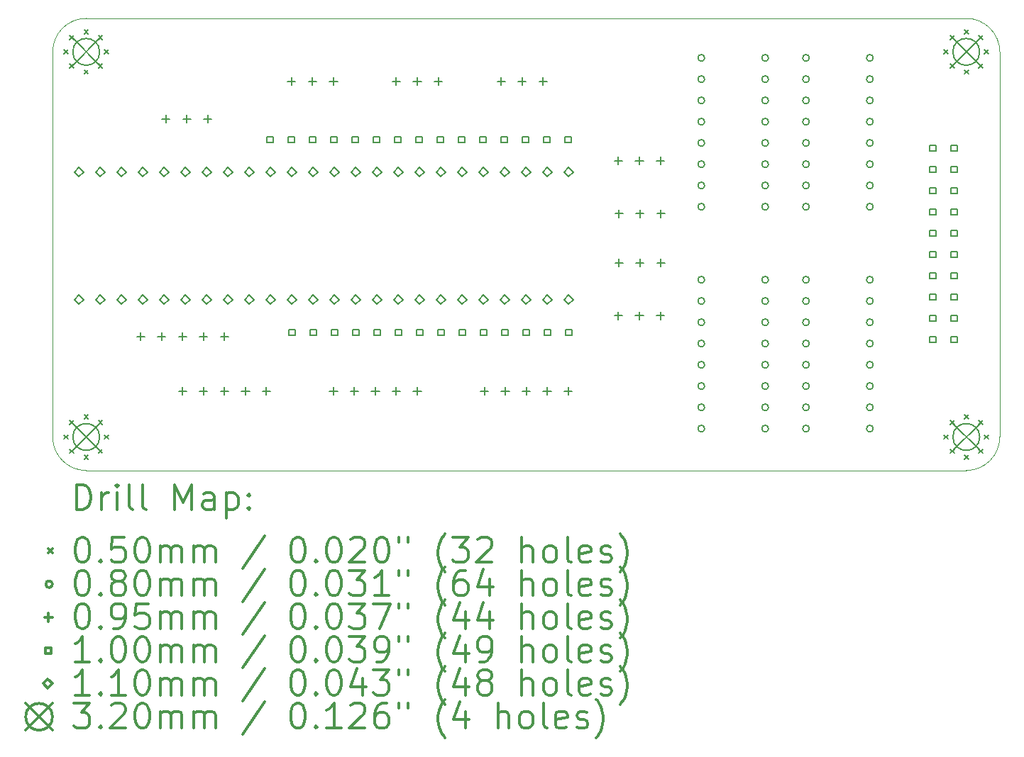
<source format=gbr>
%FSLAX45Y45*%
G04 Gerber Fmt 4.5, Leading zero omitted, Abs format (unit mm)*
G04 Created by KiCad (PCBNEW (5.1.7-0-10_14)) date 2020-11-02 10:01:42*
%MOMM*%
%LPD*%
G01*
G04 APERTURE LIST*
%TA.AperFunction,Profile*%
%ADD10C,0.050000*%
%TD*%
%ADD11C,0.200000*%
%ADD12C,0.300000*%
G04 APERTURE END LIST*
D10*
X7850000Y-3700000D02*
G75*
G02*
X8250000Y-3300000I400000J0D01*
G01*
X8250000Y-8700000D02*
G75*
G02*
X7850000Y-8300000I0J400000D01*
G01*
X19150000Y-8300000D02*
G75*
G02*
X18750000Y-8700000I-400000J0D01*
G01*
X18750000Y-3300000D02*
G75*
G02*
X19150000Y-3700000I0J-400000D01*
G01*
X7850000Y-3700000D02*
X7850000Y-8300000D01*
X18750000Y-8700000D02*
X8250000Y-8700000D01*
X19150000Y-3700000D02*
X19150000Y-8300000D01*
X8250000Y-3300000D02*
X18750000Y-3300000D01*
D11*
X7985000Y-3675000D02*
X8035000Y-3725000D01*
X8035000Y-3675000D02*
X7985000Y-3725000D01*
X8055294Y-3505294D02*
X8105294Y-3555294D01*
X8105294Y-3505294D02*
X8055294Y-3555294D01*
X8055294Y-3844706D02*
X8105294Y-3894706D01*
X8105294Y-3844706D02*
X8055294Y-3894706D01*
X8225000Y-3435000D02*
X8275000Y-3485000D01*
X8275000Y-3435000D02*
X8225000Y-3485000D01*
X8225000Y-3915000D02*
X8275000Y-3965000D01*
X8275000Y-3915000D02*
X8225000Y-3965000D01*
X8394706Y-3505294D02*
X8444706Y-3555294D01*
X8444706Y-3505294D02*
X8394706Y-3555294D01*
X8394706Y-3844706D02*
X8444706Y-3894706D01*
X8444706Y-3844706D02*
X8394706Y-3894706D01*
X8465000Y-3675000D02*
X8515000Y-3725000D01*
X8515000Y-3675000D02*
X8465000Y-3725000D01*
X18485000Y-8275000D02*
X18535000Y-8325000D01*
X18535000Y-8275000D02*
X18485000Y-8325000D01*
X18555294Y-8105294D02*
X18605294Y-8155294D01*
X18605294Y-8105294D02*
X18555294Y-8155294D01*
X18555294Y-8444706D02*
X18605294Y-8494706D01*
X18605294Y-8444706D02*
X18555294Y-8494706D01*
X18725000Y-8035000D02*
X18775000Y-8085000D01*
X18775000Y-8035000D02*
X18725000Y-8085000D01*
X18725000Y-8515000D02*
X18775000Y-8565000D01*
X18775000Y-8515000D02*
X18725000Y-8565000D01*
X18894706Y-8105294D02*
X18944706Y-8155294D01*
X18944706Y-8105294D02*
X18894706Y-8155294D01*
X18894706Y-8444706D02*
X18944706Y-8494706D01*
X18944706Y-8444706D02*
X18894706Y-8494706D01*
X18965000Y-8275000D02*
X19015000Y-8325000D01*
X19015000Y-8275000D02*
X18965000Y-8325000D01*
X7985000Y-8275000D02*
X8035000Y-8325000D01*
X8035000Y-8275000D02*
X7985000Y-8325000D01*
X8055294Y-8105294D02*
X8105294Y-8155294D01*
X8105294Y-8105294D02*
X8055294Y-8155294D01*
X8055294Y-8444706D02*
X8105294Y-8494706D01*
X8105294Y-8444706D02*
X8055294Y-8494706D01*
X8225000Y-8035000D02*
X8275000Y-8085000D01*
X8275000Y-8035000D02*
X8225000Y-8085000D01*
X8225000Y-8515000D02*
X8275000Y-8565000D01*
X8275000Y-8515000D02*
X8225000Y-8565000D01*
X8394706Y-8105294D02*
X8444706Y-8155294D01*
X8444706Y-8105294D02*
X8394706Y-8155294D01*
X8394706Y-8444706D02*
X8444706Y-8494706D01*
X8444706Y-8444706D02*
X8394706Y-8494706D01*
X8465000Y-8275000D02*
X8515000Y-8325000D01*
X8515000Y-8275000D02*
X8465000Y-8325000D01*
X18485000Y-3675000D02*
X18535000Y-3725000D01*
X18535000Y-3675000D02*
X18485000Y-3725000D01*
X18555294Y-3505294D02*
X18605294Y-3555294D01*
X18605294Y-3505294D02*
X18555294Y-3555294D01*
X18555294Y-3844706D02*
X18605294Y-3894706D01*
X18605294Y-3844706D02*
X18555294Y-3894706D01*
X18725000Y-3435000D02*
X18775000Y-3485000D01*
X18775000Y-3435000D02*
X18725000Y-3485000D01*
X18725000Y-3915000D02*
X18775000Y-3965000D01*
X18775000Y-3915000D02*
X18725000Y-3965000D01*
X18894706Y-3505294D02*
X18944706Y-3555294D01*
X18944706Y-3505294D02*
X18894706Y-3555294D01*
X18894706Y-3844706D02*
X18944706Y-3894706D01*
X18944706Y-3844706D02*
X18894706Y-3894706D01*
X18965000Y-3675000D02*
X19015000Y-3725000D01*
X19015000Y-3675000D02*
X18965000Y-3725000D01*
X16878000Y-6422000D02*
G75*
G03*
X16878000Y-6422000I-40000J0D01*
G01*
X16878000Y-6676000D02*
G75*
G03*
X16878000Y-6676000I-40000J0D01*
G01*
X16878000Y-6930000D02*
G75*
G03*
X16878000Y-6930000I-40000J0D01*
G01*
X16878000Y-7184000D02*
G75*
G03*
X16878000Y-7184000I-40000J0D01*
G01*
X16878000Y-7438000D02*
G75*
G03*
X16878000Y-7438000I-40000J0D01*
G01*
X16878000Y-7692000D02*
G75*
G03*
X16878000Y-7692000I-40000J0D01*
G01*
X16878000Y-7946000D02*
G75*
G03*
X16878000Y-7946000I-40000J0D01*
G01*
X16878000Y-8200000D02*
G75*
G03*
X16878000Y-8200000I-40000J0D01*
G01*
X17640000Y-6422000D02*
G75*
G03*
X17640000Y-6422000I-40000J0D01*
G01*
X17640000Y-6676000D02*
G75*
G03*
X17640000Y-6676000I-40000J0D01*
G01*
X17640000Y-6930000D02*
G75*
G03*
X17640000Y-6930000I-40000J0D01*
G01*
X17640000Y-7184000D02*
G75*
G03*
X17640000Y-7184000I-40000J0D01*
G01*
X17640000Y-7438000D02*
G75*
G03*
X17640000Y-7438000I-40000J0D01*
G01*
X17640000Y-7692000D02*
G75*
G03*
X17640000Y-7692000I-40000J0D01*
G01*
X17640000Y-7946000D02*
G75*
G03*
X17640000Y-7946000I-40000J0D01*
G01*
X17640000Y-8200000D02*
G75*
G03*
X17640000Y-8200000I-40000J0D01*
G01*
X15628000Y-6422000D02*
G75*
G03*
X15628000Y-6422000I-40000J0D01*
G01*
X15628000Y-6676000D02*
G75*
G03*
X15628000Y-6676000I-40000J0D01*
G01*
X15628000Y-6930000D02*
G75*
G03*
X15628000Y-6930000I-40000J0D01*
G01*
X15628000Y-7184000D02*
G75*
G03*
X15628000Y-7184000I-40000J0D01*
G01*
X15628000Y-7438000D02*
G75*
G03*
X15628000Y-7438000I-40000J0D01*
G01*
X15628000Y-7692000D02*
G75*
G03*
X15628000Y-7692000I-40000J0D01*
G01*
X15628000Y-7946000D02*
G75*
G03*
X15628000Y-7946000I-40000J0D01*
G01*
X15628000Y-8200000D02*
G75*
G03*
X15628000Y-8200000I-40000J0D01*
G01*
X16390000Y-6422000D02*
G75*
G03*
X16390000Y-6422000I-40000J0D01*
G01*
X16390000Y-6676000D02*
G75*
G03*
X16390000Y-6676000I-40000J0D01*
G01*
X16390000Y-6930000D02*
G75*
G03*
X16390000Y-6930000I-40000J0D01*
G01*
X16390000Y-7184000D02*
G75*
G03*
X16390000Y-7184000I-40000J0D01*
G01*
X16390000Y-7438000D02*
G75*
G03*
X16390000Y-7438000I-40000J0D01*
G01*
X16390000Y-7692000D02*
G75*
G03*
X16390000Y-7692000I-40000J0D01*
G01*
X16390000Y-7946000D02*
G75*
G03*
X16390000Y-7946000I-40000J0D01*
G01*
X16390000Y-8200000D02*
G75*
G03*
X16390000Y-8200000I-40000J0D01*
G01*
X16878000Y-3772000D02*
G75*
G03*
X16878000Y-3772000I-40000J0D01*
G01*
X16878000Y-4026000D02*
G75*
G03*
X16878000Y-4026000I-40000J0D01*
G01*
X16878000Y-4280000D02*
G75*
G03*
X16878000Y-4280000I-40000J0D01*
G01*
X16878000Y-4534000D02*
G75*
G03*
X16878000Y-4534000I-40000J0D01*
G01*
X16878000Y-4788000D02*
G75*
G03*
X16878000Y-4788000I-40000J0D01*
G01*
X16878000Y-5042000D02*
G75*
G03*
X16878000Y-5042000I-40000J0D01*
G01*
X16878000Y-5296000D02*
G75*
G03*
X16878000Y-5296000I-40000J0D01*
G01*
X16878000Y-5550000D02*
G75*
G03*
X16878000Y-5550000I-40000J0D01*
G01*
X17640000Y-3772000D02*
G75*
G03*
X17640000Y-3772000I-40000J0D01*
G01*
X17640000Y-4026000D02*
G75*
G03*
X17640000Y-4026000I-40000J0D01*
G01*
X17640000Y-4280000D02*
G75*
G03*
X17640000Y-4280000I-40000J0D01*
G01*
X17640000Y-4534000D02*
G75*
G03*
X17640000Y-4534000I-40000J0D01*
G01*
X17640000Y-4788000D02*
G75*
G03*
X17640000Y-4788000I-40000J0D01*
G01*
X17640000Y-5042000D02*
G75*
G03*
X17640000Y-5042000I-40000J0D01*
G01*
X17640000Y-5296000D02*
G75*
G03*
X17640000Y-5296000I-40000J0D01*
G01*
X17640000Y-5550000D02*
G75*
G03*
X17640000Y-5550000I-40000J0D01*
G01*
X15628000Y-3772000D02*
G75*
G03*
X15628000Y-3772000I-40000J0D01*
G01*
X15628000Y-4026000D02*
G75*
G03*
X15628000Y-4026000I-40000J0D01*
G01*
X15628000Y-4280000D02*
G75*
G03*
X15628000Y-4280000I-40000J0D01*
G01*
X15628000Y-4534000D02*
G75*
G03*
X15628000Y-4534000I-40000J0D01*
G01*
X15628000Y-4788000D02*
G75*
G03*
X15628000Y-4788000I-40000J0D01*
G01*
X15628000Y-5042000D02*
G75*
G03*
X15628000Y-5042000I-40000J0D01*
G01*
X15628000Y-5296000D02*
G75*
G03*
X15628000Y-5296000I-40000J0D01*
G01*
X15628000Y-5550000D02*
G75*
G03*
X15628000Y-5550000I-40000J0D01*
G01*
X16390000Y-3772000D02*
G75*
G03*
X16390000Y-3772000I-40000J0D01*
G01*
X16390000Y-4026000D02*
G75*
G03*
X16390000Y-4026000I-40000J0D01*
G01*
X16390000Y-4280000D02*
G75*
G03*
X16390000Y-4280000I-40000J0D01*
G01*
X16390000Y-4534000D02*
G75*
G03*
X16390000Y-4534000I-40000J0D01*
G01*
X16390000Y-4788000D02*
G75*
G03*
X16390000Y-4788000I-40000J0D01*
G01*
X16390000Y-5042000D02*
G75*
G03*
X16390000Y-5042000I-40000J0D01*
G01*
X16390000Y-5296000D02*
G75*
G03*
X16390000Y-5296000I-40000J0D01*
G01*
X16390000Y-5550000D02*
G75*
G03*
X16390000Y-5550000I-40000J0D01*
G01*
X10700000Y-4002500D02*
X10700000Y-4097500D01*
X10652500Y-4050000D02*
X10747500Y-4050000D01*
X10950000Y-4002500D02*
X10950000Y-4097500D01*
X10902500Y-4050000D02*
X10997500Y-4050000D01*
X11200000Y-4002500D02*
X11200000Y-4097500D01*
X11152500Y-4050000D02*
X11247500Y-4050000D01*
X11950000Y-4002500D02*
X11950000Y-4097500D01*
X11902500Y-4050000D02*
X11997500Y-4050000D01*
X12200000Y-4002500D02*
X12200000Y-4097500D01*
X12152500Y-4050000D02*
X12247500Y-4050000D01*
X12450000Y-4002500D02*
X12450000Y-4097500D01*
X12402500Y-4050000D02*
X12497500Y-4050000D01*
X14605500Y-5585000D02*
X14605500Y-5680000D01*
X14558000Y-5632500D02*
X14653000Y-5632500D01*
X14855500Y-5585000D02*
X14855500Y-5680000D01*
X14808000Y-5632500D02*
X14903000Y-5632500D01*
X15105500Y-5585000D02*
X15105500Y-5680000D01*
X15058000Y-5632500D02*
X15153000Y-5632500D01*
X9400000Y-7702500D02*
X9400000Y-7797500D01*
X9352500Y-7750000D02*
X9447500Y-7750000D01*
X9650000Y-7702500D02*
X9650000Y-7797500D01*
X9602500Y-7750000D02*
X9697500Y-7750000D01*
X9900000Y-7702500D02*
X9900000Y-7797500D01*
X9852500Y-7750000D02*
X9947500Y-7750000D01*
X10150000Y-7702500D02*
X10150000Y-7797500D01*
X10102500Y-7750000D02*
X10197500Y-7750000D01*
X10400000Y-7702500D02*
X10400000Y-7797500D01*
X10352500Y-7750000D02*
X10447500Y-7750000D01*
X14600000Y-6802500D02*
X14600000Y-6897500D01*
X14552500Y-6850000D02*
X14647500Y-6850000D01*
X14850000Y-6802500D02*
X14850000Y-6897500D01*
X14802500Y-6850000D02*
X14897500Y-6850000D01*
X15100000Y-6802500D02*
X15100000Y-6897500D01*
X15052500Y-6850000D02*
X15147500Y-6850000D01*
X14605500Y-6170000D02*
X14605500Y-6265000D01*
X14558000Y-6217500D02*
X14653000Y-6217500D01*
X14855500Y-6170000D02*
X14855500Y-6265000D01*
X14808000Y-6217500D02*
X14903000Y-6217500D01*
X15105500Y-6170000D02*
X15105500Y-6265000D01*
X15058000Y-6217500D02*
X15153000Y-6217500D01*
X8900000Y-7052500D02*
X8900000Y-7147500D01*
X8852500Y-7100000D02*
X8947500Y-7100000D01*
X9150000Y-7052500D02*
X9150000Y-7147500D01*
X9102500Y-7100000D02*
X9197500Y-7100000D01*
X9400000Y-7052500D02*
X9400000Y-7147500D01*
X9352500Y-7100000D02*
X9447500Y-7100000D01*
X9650000Y-7052500D02*
X9650000Y-7147500D01*
X9602500Y-7100000D02*
X9697500Y-7100000D01*
X9900000Y-7052500D02*
X9900000Y-7147500D01*
X9852500Y-7100000D02*
X9947500Y-7100000D01*
X13000000Y-7702500D02*
X13000000Y-7797500D01*
X12952500Y-7750000D02*
X13047500Y-7750000D01*
X13250000Y-7702500D02*
X13250000Y-7797500D01*
X13202500Y-7750000D02*
X13297500Y-7750000D01*
X13500000Y-7702500D02*
X13500000Y-7797500D01*
X13452500Y-7750000D02*
X13547500Y-7750000D01*
X13750000Y-7702500D02*
X13750000Y-7797500D01*
X13702500Y-7750000D02*
X13797500Y-7750000D01*
X14000000Y-7702500D02*
X14000000Y-7797500D01*
X13952500Y-7750000D02*
X14047500Y-7750000D01*
X13200000Y-4002500D02*
X13200000Y-4097500D01*
X13152500Y-4050000D02*
X13247500Y-4050000D01*
X13450000Y-4002500D02*
X13450000Y-4097500D01*
X13402500Y-4050000D02*
X13497500Y-4050000D01*
X13700000Y-4002500D02*
X13700000Y-4097500D01*
X13652500Y-4050000D02*
X13747500Y-4050000D01*
X11200000Y-7702500D02*
X11200000Y-7797500D01*
X11152500Y-7750000D02*
X11247500Y-7750000D01*
X11450000Y-7702500D02*
X11450000Y-7797500D01*
X11402500Y-7750000D02*
X11497500Y-7750000D01*
X11700000Y-7702500D02*
X11700000Y-7797500D01*
X11652500Y-7750000D02*
X11747500Y-7750000D01*
X11950000Y-7702500D02*
X11950000Y-7797500D01*
X11902500Y-7750000D02*
X11997500Y-7750000D01*
X12200000Y-7702500D02*
X12200000Y-7797500D01*
X12152500Y-7750000D02*
X12247500Y-7750000D01*
X9200000Y-4452500D02*
X9200000Y-4547500D01*
X9152500Y-4500000D02*
X9247500Y-4500000D01*
X9450000Y-4452500D02*
X9450000Y-4547500D01*
X9402500Y-4500000D02*
X9497500Y-4500000D01*
X9700000Y-4452500D02*
X9700000Y-4547500D01*
X9652500Y-4500000D02*
X9747500Y-4500000D01*
X14600000Y-4952500D02*
X14600000Y-5047500D01*
X14552500Y-5000000D02*
X14647500Y-5000000D01*
X14850000Y-4952500D02*
X14850000Y-5047500D01*
X14802500Y-5000000D02*
X14897500Y-5000000D01*
X15100000Y-4952500D02*
X15100000Y-5047500D01*
X15052500Y-5000000D02*
X15147500Y-5000000D01*
X10741356Y-7085356D02*
X10741356Y-7014644D01*
X10670644Y-7014644D01*
X10670644Y-7085356D01*
X10741356Y-7085356D01*
X10995356Y-7085356D02*
X10995356Y-7014644D01*
X10924644Y-7014644D01*
X10924644Y-7085356D01*
X10995356Y-7085356D01*
X11249356Y-7085356D02*
X11249356Y-7014644D01*
X11178644Y-7014644D01*
X11178644Y-7085356D01*
X11249356Y-7085356D01*
X11503356Y-7085356D02*
X11503356Y-7014644D01*
X11432644Y-7014644D01*
X11432644Y-7085356D01*
X11503356Y-7085356D01*
X11757356Y-7085356D02*
X11757356Y-7014644D01*
X11686644Y-7014644D01*
X11686644Y-7085356D01*
X11757356Y-7085356D01*
X12011356Y-7085356D02*
X12011356Y-7014644D01*
X11940644Y-7014644D01*
X11940644Y-7085356D01*
X12011356Y-7085356D01*
X12265356Y-7085356D02*
X12265356Y-7014644D01*
X12194644Y-7014644D01*
X12194644Y-7085356D01*
X12265356Y-7085356D01*
X12519356Y-7085356D02*
X12519356Y-7014644D01*
X12448644Y-7014644D01*
X12448644Y-7085356D01*
X12519356Y-7085356D01*
X12773356Y-7085356D02*
X12773356Y-7014644D01*
X12702644Y-7014644D01*
X12702644Y-7085356D01*
X12773356Y-7085356D01*
X13027356Y-7085356D02*
X13027356Y-7014644D01*
X12956644Y-7014644D01*
X12956644Y-7085356D01*
X13027356Y-7085356D01*
X13281356Y-7085356D02*
X13281356Y-7014644D01*
X13210644Y-7014644D01*
X13210644Y-7085356D01*
X13281356Y-7085356D01*
X13535356Y-7085356D02*
X13535356Y-7014644D01*
X13464644Y-7014644D01*
X13464644Y-7085356D01*
X13535356Y-7085356D01*
X13789356Y-7085356D02*
X13789356Y-7014644D01*
X13718644Y-7014644D01*
X13718644Y-7085356D01*
X13789356Y-7085356D01*
X14043356Y-7085356D02*
X14043356Y-7014644D01*
X13972644Y-7014644D01*
X13972644Y-7085356D01*
X14043356Y-7085356D01*
X10479356Y-4785356D02*
X10479356Y-4714644D01*
X10408644Y-4714644D01*
X10408644Y-4785356D01*
X10479356Y-4785356D01*
X10733356Y-4785356D02*
X10733356Y-4714644D01*
X10662644Y-4714644D01*
X10662644Y-4785356D01*
X10733356Y-4785356D01*
X10987356Y-4785356D02*
X10987356Y-4714644D01*
X10916644Y-4714644D01*
X10916644Y-4785356D01*
X10987356Y-4785356D01*
X11241356Y-4785356D02*
X11241356Y-4714644D01*
X11170644Y-4714644D01*
X11170644Y-4785356D01*
X11241356Y-4785356D01*
X11495356Y-4785356D02*
X11495356Y-4714644D01*
X11424644Y-4714644D01*
X11424644Y-4785356D01*
X11495356Y-4785356D01*
X11749356Y-4785356D02*
X11749356Y-4714644D01*
X11678644Y-4714644D01*
X11678644Y-4785356D01*
X11749356Y-4785356D01*
X12003356Y-4785356D02*
X12003356Y-4714644D01*
X11932644Y-4714644D01*
X11932644Y-4785356D01*
X12003356Y-4785356D01*
X12257356Y-4785356D02*
X12257356Y-4714644D01*
X12186644Y-4714644D01*
X12186644Y-4785356D01*
X12257356Y-4785356D01*
X12511356Y-4785356D02*
X12511356Y-4714644D01*
X12440644Y-4714644D01*
X12440644Y-4785356D01*
X12511356Y-4785356D01*
X12765356Y-4785356D02*
X12765356Y-4714644D01*
X12694644Y-4714644D01*
X12694644Y-4785356D01*
X12765356Y-4785356D01*
X13019356Y-4785356D02*
X13019356Y-4714644D01*
X12948644Y-4714644D01*
X12948644Y-4785356D01*
X13019356Y-4785356D01*
X13273356Y-4785356D02*
X13273356Y-4714644D01*
X13202644Y-4714644D01*
X13202644Y-4785356D01*
X13273356Y-4785356D01*
X13527356Y-4785356D02*
X13527356Y-4714644D01*
X13456644Y-4714644D01*
X13456644Y-4785356D01*
X13527356Y-4785356D01*
X13781356Y-4785356D02*
X13781356Y-4714644D01*
X13710644Y-4714644D01*
X13710644Y-4785356D01*
X13781356Y-4785356D01*
X14035356Y-4785356D02*
X14035356Y-4714644D01*
X13964644Y-4714644D01*
X13964644Y-4785356D01*
X14035356Y-4785356D01*
X18385356Y-4885356D02*
X18385356Y-4814644D01*
X18314644Y-4814644D01*
X18314644Y-4885356D01*
X18385356Y-4885356D01*
X18385356Y-5139356D02*
X18385356Y-5068644D01*
X18314644Y-5068644D01*
X18314644Y-5139356D01*
X18385356Y-5139356D01*
X18385356Y-5393356D02*
X18385356Y-5322644D01*
X18314644Y-5322644D01*
X18314644Y-5393356D01*
X18385356Y-5393356D01*
X18385356Y-5647356D02*
X18385356Y-5576644D01*
X18314644Y-5576644D01*
X18314644Y-5647356D01*
X18385356Y-5647356D01*
X18385356Y-5901356D02*
X18385356Y-5830644D01*
X18314644Y-5830644D01*
X18314644Y-5901356D01*
X18385356Y-5901356D01*
X18385356Y-6155356D02*
X18385356Y-6084644D01*
X18314644Y-6084644D01*
X18314644Y-6155356D01*
X18385356Y-6155356D01*
X18385356Y-6409356D02*
X18385356Y-6338644D01*
X18314644Y-6338644D01*
X18314644Y-6409356D01*
X18385356Y-6409356D01*
X18385356Y-6663356D02*
X18385356Y-6592644D01*
X18314644Y-6592644D01*
X18314644Y-6663356D01*
X18385356Y-6663356D01*
X18385356Y-6917356D02*
X18385356Y-6846644D01*
X18314644Y-6846644D01*
X18314644Y-6917356D01*
X18385356Y-6917356D01*
X18385356Y-7171356D02*
X18385356Y-7100644D01*
X18314644Y-7100644D01*
X18314644Y-7171356D01*
X18385356Y-7171356D01*
X18639356Y-4885356D02*
X18639356Y-4814644D01*
X18568644Y-4814644D01*
X18568644Y-4885356D01*
X18639356Y-4885356D01*
X18639356Y-5139356D02*
X18639356Y-5068644D01*
X18568644Y-5068644D01*
X18568644Y-5139356D01*
X18639356Y-5139356D01*
X18639356Y-5393356D02*
X18639356Y-5322644D01*
X18568644Y-5322644D01*
X18568644Y-5393356D01*
X18639356Y-5393356D01*
X18639356Y-5647356D02*
X18639356Y-5576644D01*
X18568644Y-5576644D01*
X18568644Y-5647356D01*
X18639356Y-5647356D01*
X18639356Y-5901356D02*
X18639356Y-5830644D01*
X18568644Y-5830644D01*
X18568644Y-5901356D01*
X18639356Y-5901356D01*
X18639356Y-6155356D02*
X18639356Y-6084644D01*
X18568644Y-6084644D01*
X18568644Y-6155356D01*
X18639356Y-6155356D01*
X18639356Y-6409356D02*
X18639356Y-6338644D01*
X18568644Y-6338644D01*
X18568644Y-6409356D01*
X18639356Y-6409356D01*
X18639356Y-6663356D02*
X18639356Y-6592644D01*
X18568644Y-6592644D01*
X18568644Y-6663356D01*
X18639356Y-6663356D01*
X18639356Y-6917356D02*
X18639356Y-6846644D01*
X18568644Y-6846644D01*
X18568644Y-6917356D01*
X18639356Y-6917356D01*
X18639356Y-7171356D02*
X18639356Y-7100644D01*
X18568644Y-7100644D01*
X18568644Y-7171356D01*
X18639356Y-7171356D01*
X8161500Y-5189500D02*
X8216500Y-5134500D01*
X8161500Y-5079500D01*
X8106500Y-5134500D01*
X8161500Y-5189500D01*
X8161500Y-6713500D02*
X8216500Y-6658500D01*
X8161500Y-6603500D01*
X8106500Y-6658500D01*
X8161500Y-6713500D01*
X8415500Y-5189500D02*
X8470500Y-5134500D01*
X8415500Y-5079500D01*
X8360500Y-5134500D01*
X8415500Y-5189500D01*
X8415500Y-6713500D02*
X8470500Y-6658500D01*
X8415500Y-6603500D01*
X8360500Y-6658500D01*
X8415500Y-6713500D01*
X8669500Y-5189500D02*
X8724500Y-5134500D01*
X8669500Y-5079500D01*
X8614500Y-5134500D01*
X8669500Y-5189500D01*
X8669500Y-6713500D02*
X8724500Y-6658500D01*
X8669500Y-6603500D01*
X8614500Y-6658500D01*
X8669500Y-6713500D01*
X8923500Y-5189500D02*
X8978500Y-5134500D01*
X8923500Y-5079500D01*
X8868500Y-5134500D01*
X8923500Y-5189500D01*
X8923500Y-6713500D02*
X8978500Y-6658500D01*
X8923500Y-6603500D01*
X8868500Y-6658500D01*
X8923500Y-6713500D01*
X9177500Y-5189500D02*
X9232500Y-5134500D01*
X9177500Y-5079500D01*
X9122500Y-5134500D01*
X9177500Y-5189500D01*
X9177500Y-6713500D02*
X9232500Y-6658500D01*
X9177500Y-6603500D01*
X9122500Y-6658500D01*
X9177500Y-6713500D01*
X9431500Y-5189500D02*
X9486500Y-5134500D01*
X9431500Y-5079500D01*
X9376500Y-5134500D01*
X9431500Y-5189500D01*
X9431500Y-6713500D02*
X9486500Y-6658500D01*
X9431500Y-6603500D01*
X9376500Y-6658500D01*
X9431500Y-6713500D01*
X9685500Y-5189500D02*
X9740500Y-5134500D01*
X9685500Y-5079500D01*
X9630500Y-5134500D01*
X9685500Y-5189500D01*
X9685500Y-6713500D02*
X9740500Y-6658500D01*
X9685500Y-6603500D01*
X9630500Y-6658500D01*
X9685500Y-6713500D01*
X9939500Y-5189500D02*
X9994500Y-5134500D01*
X9939500Y-5079500D01*
X9884500Y-5134500D01*
X9939500Y-5189500D01*
X9939500Y-6713500D02*
X9994500Y-6658500D01*
X9939500Y-6603500D01*
X9884500Y-6658500D01*
X9939500Y-6713500D01*
X10193500Y-5189500D02*
X10248500Y-5134500D01*
X10193500Y-5079500D01*
X10138500Y-5134500D01*
X10193500Y-5189500D01*
X10193500Y-6713500D02*
X10248500Y-6658500D01*
X10193500Y-6603500D01*
X10138500Y-6658500D01*
X10193500Y-6713500D01*
X10447500Y-5189500D02*
X10502500Y-5134500D01*
X10447500Y-5079500D01*
X10392500Y-5134500D01*
X10447500Y-5189500D01*
X10447500Y-6713500D02*
X10502500Y-6658500D01*
X10447500Y-6603500D01*
X10392500Y-6658500D01*
X10447500Y-6713500D01*
X10701500Y-5189500D02*
X10756500Y-5134500D01*
X10701500Y-5079500D01*
X10646500Y-5134500D01*
X10701500Y-5189500D01*
X10701500Y-6713500D02*
X10756500Y-6658500D01*
X10701500Y-6603500D01*
X10646500Y-6658500D01*
X10701500Y-6713500D01*
X10955500Y-5189500D02*
X11010500Y-5134500D01*
X10955500Y-5079500D01*
X10900500Y-5134500D01*
X10955500Y-5189500D01*
X10955500Y-6713500D02*
X11010500Y-6658500D01*
X10955500Y-6603500D01*
X10900500Y-6658500D01*
X10955500Y-6713500D01*
X11209500Y-5189500D02*
X11264500Y-5134500D01*
X11209500Y-5079500D01*
X11154500Y-5134500D01*
X11209500Y-5189500D01*
X11209500Y-6713500D02*
X11264500Y-6658500D01*
X11209500Y-6603500D01*
X11154500Y-6658500D01*
X11209500Y-6713500D01*
X11463500Y-5189500D02*
X11518500Y-5134500D01*
X11463500Y-5079500D01*
X11408500Y-5134500D01*
X11463500Y-5189500D01*
X11463500Y-6713500D02*
X11518500Y-6658500D01*
X11463500Y-6603500D01*
X11408500Y-6658500D01*
X11463500Y-6713500D01*
X11717500Y-5189500D02*
X11772500Y-5134500D01*
X11717500Y-5079500D01*
X11662500Y-5134500D01*
X11717500Y-5189500D01*
X11717500Y-6713500D02*
X11772500Y-6658500D01*
X11717500Y-6603500D01*
X11662500Y-6658500D01*
X11717500Y-6713500D01*
X11971500Y-5189500D02*
X12026500Y-5134500D01*
X11971500Y-5079500D01*
X11916500Y-5134500D01*
X11971500Y-5189500D01*
X11971500Y-6713500D02*
X12026500Y-6658500D01*
X11971500Y-6603500D01*
X11916500Y-6658500D01*
X11971500Y-6713500D01*
X12225500Y-5189500D02*
X12280500Y-5134500D01*
X12225500Y-5079500D01*
X12170500Y-5134500D01*
X12225500Y-5189500D01*
X12225500Y-6713500D02*
X12280500Y-6658500D01*
X12225500Y-6603500D01*
X12170500Y-6658500D01*
X12225500Y-6713500D01*
X12479500Y-5189500D02*
X12534500Y-5134500D01*
X12479500Y-5079500D01*
X12424500Y-5134500D01*
X12479500Y-5189500D01*
X12479500Y-6713500D02*
X12534500Y-6658500D01*
X12479500Y-6603500D01*
X12424500Y-6658500D01*
X12479500Y-6713500D01*
X12733500Y-5189500D02*
X12788500Y-5134500D01*
X12733500Y-5079500D01*
X12678500Y-5134500D01*
X12733500Y-5189500D01*
X12733500Y-6713500D02*
X12788500Y-6658500D01*
X12733500Y-6603500D01*
X12678500Y-6658500D01*
X12733500Y-6713500D01*
X12987500Y-5189500D02*
X13042500Y-5134500D01*
X12987500Y-5079500D01*
X12932500Y-5134500D01*
X12987500Y-5189500D01*
X12987500Y-6713500D02*
X13042500Y-6658500D01*
X12987500Y-6603500D01*
X12932500Y-6658500D01*
X12987500Y-6713500D01*
X13241500Y-5189500D02*
X13296500Y-5134500D01*
X13241500Y-5079500D01*
X13186500Y-5134500D01*
X13241500Y-5189500D01*
X13241500Y-6713500D02*
X13296500Y-6658500D01*
X13241500Y-6603500D01*
X13186500Y-6658500D01*
X13241500Y-6713500D01*
X13495500Y-5189500D02*
X13550500Y-5134500D01*
X13495500Y-5079500D01*
X13440500Y-5134500D01*
X13495500Y-5189500D01*
X13495500Y-6713500D02*
X13550500Y-6658500D01*
X13495500Y-6603500D01*
X13440500Y-6658500D01*
X13495500Y-6713500D01*
X13749500Y-5189500D02*
X13804500Y-5134500D01*
X13749500Y-5079500D01*
X13694500Y-5134500D01*
X13749500Y-5189500D01*
X13749500Y-6713500D02*
X13804500Y-6658500D01*
X13749500Y-6603500D01*
X13694500Y-6658500D01*
X13749500Y-6713500D01*
X14003500Y-5189500D02*
X14058500Y-5134500D01*
X14003500Y-5079500D01*
X13948500Y-5134500D01*
X14003500Y-5189500D01*
X14003500Y-6713500D02*
X14058500Y-6658500D01*
X14003500Y-6603500D01*
X13948500Y-6658500D01*
X14003500Y-6713500D01*
X18590000Y-3540000D02*
X18910000Y-3860000D01*
X18910000Y-3540000D02*
X18590000Y-3860000D01*
X18910000Y-3700000D02*
G75*
G03*
X18910000Y-3700000I-160000J0D01*
G01*
X8090000Y-3540000D02*
X8410000Y-3860000D01*
X8410000Y-3540000D02*
X8090000Y-3860000D01*
X8410000Y-3700000D02*
G75*
G03*
X8410000Y-3700000I-160000J0D01*
G01*
X18590000Y-8140000D02*
X18910000Y-8460000D01*
X18910000Y-8140000D02*
X18590000Y-8460000D01*
X18910000Y-8300000D02*
G75*
G03*
X18910000Y-8300000I-160000J0D01*
G01*
X8090000Y-8140000D02*
X8410000Y-8460000D01*
X8410000Y-8140000D02*
X8090000Y-8460000D01*
X8410000Y-8300000D02*
G75*
G03*
X8410000Y-8300000I-160000J0D01*
G01*
D12*
X8133928Y-9168214D02*
X8133928Y-8868214D01*
X8205357Y-8868214D01*
X8248214Y-8882500D01*
X8276786Y-8911072D01*
X8291071Y-8939643D01*
X8305357Y-8996786D01*
X8305357Y-9039643D01*
X8291071Y-9096786D01*
X8276786Y-9125357D01*
X8248214Y-9153929D01*
X8205357Y-9168214D01*
X8133928Y-9168214D01*
X8433928Y-9168214D02*
X8433928Y-8968214D01*
X8433928Y-9025357D02*
X8448214Y-8996786D01*
X8462500Y-8982500D01*
X8491071Y-8968214D01*
X8519643Y-8968214D01*
X8619643Y-9168214D02*
X8619643Y-8968214D01*
X8619643Y-8868214D02*
X8605357Y-8882500D01*
X8619643Y-8896786D01*
X8633928Y-8882500D01*
X8619643Y-8868214D01*
X8619643Y-8896786D01*
X8805357Y-9168214D02*
X8776786Y-9153929D01*
X8762500Y-9125357D01*
X8762500Y-8868214D01*
X8962500Y-9168214D02*
X8933928Y-9153929D01*
X8919643Y-9125357D01*
X8919643Y-8868214D01*
X9305357Y-9168214D02*
X9305357Y-8868214D01*
X9405357Y-9082500D01*
X9505357Y-8868214D01*
X9505357Y-9168214D01*
X9776786Y-9168214D02*
X9776786Y-9011072D01*
X9762500Y-8982500D01*
X9733928Y-8968214D01*
X9676786Y-8968214D01*
X9648214Y-8982500D01*
X9776786Y-9153929D02*
X9748214Y-9168214D01*
X9676786Y-9168214D01*
X9648214Y-9153929D01*
X9633928Y-9125357D01*
X9633928Y-9096786D01*
X9648214Y-9068214D01*
X9676786Y-9053929D01*
X9748214Y-9053929D01*
X9776786Y-9039643D01*
X9919643Y-8968214D02*
X9919643Y-9268214D01*
X9919643Y-8982500D02*
X9948214Y-8968214D01*
X10005357Y-8968214D01*
X10033928Y-8982500D01*
X10048214Y-8996786D01*
X10062500Y-9025357D01*
X10062500Y-9111072D01*
X10048214Y-9139643D01*
X10033928Y-9153929D01*
X10005357Y-9168214D01*
X9948214Y-9168214D01*
X9919643Y-9153929D01*
X10191071Y-9139643D02*
X10205357Y-9153929D01*
X10191071Y-9168214D01*
X10176786Y-9153929D01*
X10191071Y-9139643D01*
X10191071Y-9168214D01*
X10191071Y-8982500D02*
X10205357Y-8996786D01*
X10191071Y-9011072D01*
X10176786Y-8996786D01*
X10191071Y-8982500D01*
X10191071Y-9011072D01*
X7797500Y-9637500D02*
X7847500Y-9687500D01*
X7847500Y-9637500D02*
X7797500Y-9687500D01*
X8191071Y-9498214D02*
X8219643Y-9498214D01*
X8248214Y-9512500D01*
X8262500Y-9526786D01*
X8276786Y-9555357D01*
X8291071Y-9612500D01*
X8291071Y-9683929D01*
X8276786Y-9741072D01*
X8262500Y-9769643D01*
X8248214Y-9783929D01*
X8219643Y-9798214D01*
X8191071Y-9798214D01*
X8162500Y-9783929D01*
X8148214Y-9769643D01*
X8133928Y-9741072D01*
X8119643Y-9683929D01*
X8119643Y-9612500D01*
X8133928Y-9555357D01*
X8148214Y-9526786D01*
X8162500Y-9512500D01*
X8191071Y-9498214D01*
X8419643Y-9769643D02*
X8433928Y-9783929D01*
X8419643Y-9798214D01*
X8405357Y-9783929D01*
X8419643Y-9769643D01*
X8419643Y-9798214D01*
X8705357Y-9498214D02*
X8562500Y-9498214D01*
X8548214Y-9641072D01*
X8562500Y-9626786D01*
X8591071Y-9612500D01*
X8662500Y-9612500D01*
X8691071Y-9626786D01*
X8705357Y-9641072D01*
X8719643Y-9669643D01*
X8719643Y-9741072D01*
X8705357Y-9769643D01*
X8691071Y-9783929D01*
X8662500Y-9798214D01*
X8591071Y-9798214D01*
X8562500Y-9783929D01*
X8548214Y-9769643D01*
X8905357Y-9498214D02*
X8933928Y-9498214D01*
X8962500Y-9512500D01*
X8976786Y-9526786D01*
X8991071Y-9555357D01*
X9005357Y-9612500D01*
X9005357Y-9683929D01*
X8991071Y-9741072D01*
X8976786Y-9769643D01*
X8962500Y-9783929D01*
X8933928Y-9798214D01*
X8905357Y-9798214D01*
X8876786Y-9783929D01*
X8862500Y-9769643D01*
X8848214Y-9741072D01*
X8833928Y-9683929D01*
X8833928Y-9612500D01*
X8848214Y-9555357D01*
X8862500Y-9526786D01*
X8876786Y-9512500D01*
X8905357Y-9498214D01*
X9133928Y-9798214D02*
X9133928Y-9598214D01*
X9133928Y-9626786D02*
X9148214Y-9612500D01*
X9176786Y-9598214D01*
X9219643Y-9598214D01*
X9248214Y-9612500D01*
X9262500Y-9641072D01*
X9262500Y-9798214D01*
X9262500Y-9641072D02*
X9276786Y-9612500D01*
X9305357Y-9598214D01*
X9348214Y-9598214D01*
X9376786Y-9612500D01*
X9391071Y-9641072D01*
X9391071Y-9798214D01*
X9533928Y-9798214D02*
X9533928Y-9598214D01*
X9533928Y-9626786D02*
X9548214Y-9612500D01*
X9576786Y-9598214D01*
X9619643Y-9598214D01*
X9648214Y-9612500D01*
X9662500Y-9641072D01*
X9662500Y-9798214D01*
X9662500Y-9641072D02*
X9676786Y-9612500D01*
X9705357Y-9598214D01*
X9748214Y-9598214D01*
X9776786Y-9612500D01*
X9791071Y-9641072D01*
X9791071Y-9798214D01*
X10376786Y-9483929D02*
X10119643Y-9869643D01*
X10762500Y-9498214D02*
X10791071Y-9498214D01*
X10819643Y-9512500D01*
X10833928Y-9526786D01*
X10848214Y-9555357D01*
X10862500Y-9612500D01*
X10862500Y-9683929D01*
X10848214Y-9741072D01*
X10833928Y-9769643D01*
X10819643Y-9783929D01*
X10791071Y-9798214D01*
X10762500Y-9798214D01*
X10733928Y-9783929D01*
X10719643Y-9769643D01*
X10705357Y-9741072D01*
X10691071Y-9683929D01*
X10691071Y-9612500D01*
X10705357Y-9555357D01*
X10719643Y-9526786D01*
X10733928Y-9512500D01*
X10762500Y-9498214D01*
X10991071Y-9769643D02*
X11005357Y-9783929D01*
X10991071Y-9798214D01*
X10976786Y-9783929D01*
X10991071Y-9769643D01*
X10991071Y-9798214D01*
X11191071Y-9498214D02*
X11219643Y-9498214D01*
X11248214Y-9512500D01*
X11262500Y-9526786D01*
X11276786Y-9555357D01*
X11291071Y-9612500D01*
X11291071Y-9683929D01*
X11276786Y-9741072D01*
X11262500Y-9769643D01*
X11248214Y-9783929D01*
X11219643Y-9798214D01*
X11191071Y-9798214D01*
X11162500Y-9783929D01*
X11148214Y-9769643D01*
X11133928Y-9741072D01*
X11119643Y-9683929D01*
X11119643Y-9612500D01*
X11133928Y-9555357D01*
X11148214Y-9526786D01*
X11162500Y-9512500D01*
X11191071Y-9498214D01*
X11405357Y-9526786D02*
X11419643Y-9512500D01*
X11448214Y-9498214D01*
X11519643Y-9498214D01*
X11548214Y-9512500D01*
X11562500Y-9526786D01*
X11576786Y-9555357D01*
X11576786Y-9583929D01*
X11562500Y-9626786D01*
X11391071Y-9798214D01*
X11576786Y-9798214D01*
X11762500Y-9498214D02*
X11791071Y-9498214D01*
X11819643Y-9512500D01*
X11833928Y-9526786D01*
X11848214Y-9555357D01*
X11862500Y-9612500D01*
X11862500Y-9683929D01*
X11848214Y-9741072D01*
X11833928Y-9769643D01*
X11819643Y-9783929D01*
X11791071Y-9798214D01*
X11762500Y-9798214D01*
X11733928Y-9783929D01*
X11719643Y-9769643D01*
X11705357Y-9741072D01*
X11691071Y-9683929D01*
X11691071Y-9612500D01*
X11705357Y-9555357D01*
X11719643Y-9526786D01*
X11733928Y-9512500D01*
X11762500Y-9498214D01*
X11976786Y-9498214D02*
X11976786Y-9555357D01*
X12091071Y-9498214D02*
X12091071Y-9555357D01*
X12533928Y-9912500D02*
X12519643Y-9898214D01*
X12491071Y-9855357D01*
X12476786Y-9826786D01*
X12462500Y-9783929D01*
X12448214Y-9712500D01*
X12448214Y-9655357D01*
X12462500Y-9583929D01*
X12476786Y-9541072D01*
X12491071Y-9512500D01*
X12519643Y-9469643D01*
X12533928Y-9455357D01*
X12619643Y-9498214D02*
X12805357Y-9498214D01*
X12705357Y-9612500D01*
X12748214Y-9612500D01*
X12776786Y-9626786D01*
X12791071Y-9641072D01*
X12805357Y-9669643D01*
X12805357Y-9741072D01*
X12791071Y-9769643D01*
X12776786Y-9783929D01*
X12748214Y-9798214D01*
X12662500Y-9798214D01*
X12633928Y-9783929D01*
X12619643Y-9769643D01*
X12919643Y-9526786D02*
X12933928Y-9512500D01*
X12962500Y-9498214D01*
X13033928Y-9498214D01*
X13062500Y-9512500D01*
X13076786Y-9526786D01*
X13091071Y-9555357D01*
X13091071Y-9583929D01*
X13076786Y-9626786D01*
X12905357Y-9798214D01*
X13091071Y-9798214D01*
X13448214Y-9798214D02*
X13448214Y-9498214D01*
X13576786Y-9798214D02*
X13576786Y-9641072D01*
X13562500Y-9612500D01*
X13533928Y-9598214D01*
X13491071Y-9598214D01*
X13462500Y-9612500D01*
X13448214Y-9626786D01*
X13762500Y-9798214D02*
X13733928Y-9783929D01*
X13719643Y-9769643D01*
X13705357Y-9741072D01*
X13705357Y-9655357D01*
X13719643Y-9626786D01*
X13733928Y-9612500D01*
X13762500Y-9598214D01*
X13805357Y-9598214D01*
X13833928Y-9612500D01*
X13848214Y-9626786D01*
X13862500Y-9655357D01*
X13862500Y-9741072D01*
X13848214Y-9769643D01*
X13833928Y-9783929D01*
X13805357Y-9798214D01*
X13762500Y-9798214D01*
X14033928Y-9798214D02*
X14005357Y-9783929D01*
X13991071Y-9755357D01*
X13991071Y-9498214D01*
X14262500Y-9783929D02*
X14233928Y-9798214D01*
X14176786Y-9798214D01*
X14148214Y-9783929D01*
X14133928Y-9755357D01*
X14133928Y-9641072D01*
X14148214Y-9612500D01*
X14176786Y-9598214D01*
X14233928Y-9598214D01*
X14262500Y-9612500D01*
X14276786Y-9641072D01*
X14276786Y-9669643D01*
X14133928Y-9698214D01*
X14391071Y-9783929D02*
X14419643Y-9798214D01*
X14476786Y-9798214D01*
X14505357Y-9783929D01*
X14519643Y-9755357D01*
X14519643Y-9741072D01*
X14505357Y-9712500D01*
X14476786Y-9698214D01*
X14433928Y-9698214D01*
X14405357Y-9683929D01*
X14391071Y-9655357D01*
X14391071Y-9641072D01*
X14405357Y-9612500D01*
X14433928Y-9598214D01*
X14476786Y-9598214D01*
X14505357Y-9612500D01*
X14619643Y-9912500D02*
X14633928Y-9898214D01*
X14662500Y-9855357D01*
X14676786Y-9826786D01*
X14691071Y-9783929D01*
X14705357Y-9712500D01*
X14705357Y-9655357D01*
X14691071Y-9583929D01*
X14676786Y-9541072D01*
X14662500Y-9512500D01*
X14633928Y-9469643D01*
X14619643Y-9455357D01*
X7847500Y-10058500D02*
G75*
G03*
X7847500Y-10058500I-40000J0D01*
G01*
X8191071Y-9894214D02*
X8219643Y-9894214D01*
X8248214Y-9908500D01*
X8262500Y-9922786D01*
X8276786Y-9951357D01*
X8291071Y-10008500D01*
X8291071Y-10079929D01*
X8276786Y-10137072D01*
X8262500Y-10165643D01*
X8248214Y-10179929D01*
X8219643Y-10194214D01*
X8191071Y-10194214D01*
X8162500Y-10179929D01*
X8148214Y-10165643D01*
X8133928Y-10137072D01*
X8119643Y-10079929D01*
X8119643Y-10008500D01*
X8133928Y-9951357D01*
X8148214Y-9922786D01*
X8162500Y-9908500D01*
X8191071Y-9894214D01*
X8419643Y-10165643D02*
X8433928Y-10179929D01*
X8419643Y-10194214D01*
X8405357Y-10179929D01*
X8419643Y-10165643D01*
X8419643Y-10194214D01*
X8605357Y-10022786D02*
X8576786Y-10008500D01*
X8562500Y-9994214D01*
X8548214Y-9965643D01*
X8548214Y-9951357D01*
X8562500Y-9922786D01*
X8576786Y-9908500D01*
X8605357Y-9894214D01*
X8662500Y-9894214D01*
X8691071Y-9908500D01*
X8705357Y-9922786D01*
X8719643Y-9951357D01*
X8719643Y-9965643D01*
X8705357Y-9994214D01*
X8691071Y-10008500D01*
X8662500Y-10022786D01*
X8605357Y-10022786D01*
X8576786Y-10037072D01*
X8562500Y-10051357D01*
X8548214Y-10079929D01*
X8548214Y-10137072D01*
X8562500Y-10165643D01*
X8576786Y-10179929D01*
X8605357Y-10194214D01*
X8662500Y-10194214D01*
X8691071Y-10179929D01*
X8705357Y-10165643D01*
X8719643Y-10137072D01*
X8719643Y-10079929D01*
X8705357Y-10051357D01*
X8691071Y-10037072D01*
X8662500Y-10022786D01*
X8905357Y-9894214D02*
X8933928Y-9894214D01*
X8962500Y-9908500D01*
X8976786Y-9922786D01*
X8991071Y-9951357D01*
X9005357Y-10008500D01*
X9005357Y-10079929D01*
X8991071Y-10137072D01*
X8976786Y-10165643D01*
X8962500Y-10179929D01*
X8933928Y-10194214D01*
X8905357Y-10194214D01*
X8876786Y-10179929D01*
X8862500Y-10165643D01*
X8848214Y-10137072D01*
X8833928Y-10079929D01*
X8833928Y-10008500D01*
X8848214Y-9951357D01*
X8862500Y-9922786D01*
X8876786Y-9908500D01*
X8905357Y-9894214D01*
X9133928Y-10194214D02*
X9133928Y-9994214D01*
X9133928Y-10022786D02*
X9148214Y-10008500D01*
X9176786Y-9994214D01*
X9219643Y-9994214D01*
X9248214Y-10008500D01*
X9262500Y-10037072D01*
X9262500Y-10194214D01*
X9262500Y-10037072D02*
X9276786Y-10008500D01*
X9305357Y-9994214D01*
X9348214Y-9994214D01*
X9376786Y-10008500D01*
X9391071Y-10037072D01*
X9391071Y-10194214D01*
X9533928Y-10194214D02*
X9533928Y-9994214D01*
X9533928Y-10022786D02*
X9548214Y-10008500D01*
X9576786Y-9994214D01*
X9619643Y-9994214D01*
X9648214Y-10008500D01*
X9662500Y-10037072D01*
X9662500Y-10194214D01*
X9662500Y-10037072D02*
X9676786Y-10008500D01*
X9705357Y-9994214D01*
X9748214Y-9994214D01*
X9776786Y-10008500D01*
X9791071Y-10037072D01*
X9791071Y-10194214D01*
X10376786Y-9879929D02*
X10119643Y-10265643D01*
X10762500Y-9894214D02*
X10791071Y-9894214D01*
X10819643Y-9908500D01*
X10833928Y-9922786D01*
X10848214Y-9951357D01*
X10862500Y-10008500D01*
X10862500Y-10079929D01*
X10848214Y-10137072D01*
X10833928Y-10165643D01*
X10819643Y-10179929D01*
X10791071Y-10194214D01*
X10762500Y-10194214D01*
X10733928Y-10179929D01*
X10719643Y-10165643D01*
X10705357Y-10137072D01*
X10691071Y-10079929D01*
X10691071Y-10008500D01*
X10705357Y-9951357D01*
X10719643Y-9922786D01*
X10733928Y-9908500D01*
X10762500Y-9894214D01*
X10991071Y-10165643D02*
X11005357Y-10179929D01*
X10991071Y-10194214D01*
X10976786Y-10179929D01*
X10991071Y-10165643D01*
X10991071Y-10194214D01*
X11191071Y-9894214D02*
X11219643Y-9894214D01*
X11248214Y-9908500D01*
X11262500Y-9922786D01*
X11276786Y-9951357D01*
X11291071Y-10008500D01*
X11291071Y-10079929D01*
X11276786Y-10137072D01*
X11262500Y-10165643D01*
X11248214Y-10179929D01*
X11219643Y-10194214D01*
X11191071Y-10194214D01*
X11162500Y-10179929D01*
X11148214Y-10165643D01*
X11133928Y-10137072D01*
X11119643Y-10079929D01*
X11119643Y-10008500D01*
X11133928Y-9951357D01*
X11148214Y-9922786D01*
X11162500Y-9908500D01*
X11191071Y-9894214D01*
X11391071Y-9894214D02*
X11576786Y-9894214D01*
X11476786Y-10008500D01*
X11519643Y-10008500D01*
X11548214Y-10022786D01*
X11562500Y-10037072D01*
X11576786Y-10065643D01*
X11576786Y-10137072D01*
X11562500Y-10165643D01*
X11548214Y-10179929D01*
X11519643Y-10194214D01*
X11433928Y-10194214D01*
X11405357Y-10179929D01*
X11391071Y-10165643D01*
X11862500Y-10194214D02*
X11691071Y-10194214D01*
X11776786Y-10194214D02*
X11776786Y-9894214D01*
X11748214Y-9937072D01*
X11719643Y-9965643D01*
X11691071Y-9979929D01*
X11976786Y-9894214D02*
X11976786Y-9951357D01*
X12091071Y-9894214D02*
X12091071Y-9951357D01*
X12533928Y-10308500D02*
X12519643Y-10294214D01*
X12491071Y-10251357D01*
X12476786Y-10222786D01*
X12462500Y-10179929D01*
X12448214Y-10108500D01*
X12448214Y-10051357D01*
X12462500Y-9979929D01*
X12476786Y-9937072D01*
X12491071Y-9908500D01*
X12519643Y-9865643D01*
X12533928Y-9851357D01*
X12776786Y-9894214D02*
X12719643Y-9894214D01*
X12691071Y-9908500D01*
X12676786Y-9922786D01*
X12648214Y-9965643D01*
X12633928Y-10022786D01*
X12633928Y-10137072D01*
X12648214Y-10165643D01*
X12662500Y-10179929D01*
X12691071Y-10194214D01*
X12748214Y-10194214D01*
X12776786Y-10179929D01*
X12791071Y-10165643D01*
X12805357Y-10137072D01*
X12805357Y-10065643D01*
X12791071Y-10037072D01*
X12776786Y-10022786D01*
X12748214Y-10008500D01*
X12691071Y-10008500D01*
X12662500Y-10022786D01*
X12648214Y-10037072D01*
X12633928Y-10065643D01*
X13062500Y-9994214D02*
X13062500Y-10194214D01*
X12991071Y-9879929D02*
X12919643Y-10094214D01*
X13105357Y-10094214D01*
X13448214Y-10194214D02*
X13448214Y-9894214D01*
X13576786Y-10194214D02*
X13576786Y-10037072D01*
X13562500Y-10008500D01*
X13533928Y-9994214D01*
X13491071Y-9994214D01*
X13462500Y-10008500D01*
X13448214Y-10022786D01*
X13762500Y-10194214D02*
X13733928Y-10179929D01*
X13719643Y-10165643D01*
X13705357Y-10137072D01*
X13705357Y-10051357D01*
X13719643Y-10022786D01*
X13733928Y-10008500D01*
X13762500Y-9994214D01*
X13805357Y-9994214D01*
X13833928Y-10008500D01*
X13848214Y-10022786D01*
X13862500Y-10051357D01*
X13862500Y-10137072D01*
X13848214Y-10165643D01*
X13833928Y-10179929D01*
X13805357Y-10194214D01*
X13762500Y-10194214D01*
X14033928Y-10194214D02*
X14005357Y-10179929D01*
X13991071Y-10151357D01*
X13991071Y-9894214D01*
X14262500Y-10179929D02*
X14233928Y-10194214D01*
X14176786Y-10194214D01*
X14148214Y-10179929D01*
X14133928Y-10151357D01*
X14133928Y-10037072D01*
X14148214Y-10008500D01*
X14176786Y-9994214D01*
X14233928Y-9994214D01*
X14262500Y-10008500D01*
X14276786Y-10037072D01*
X14276786Y-10065643D01*
X14133928Y-10094214D01*
X14391071Y-10179929D02*
X14419643Y-10194214D01*
X14476786Y-10194214D01*
X14505357Y-10179929D01*
X14519643Y-10151357D01*
X14519643Y-10137072D01*
X14505357Y-10108500D01*
X14476786Y-10094214D01*
X14433928Y-10094214D01*
X14405357Y-10079929D01*
X14391071Y-10051357D01*
X14391071Y-10037072D01*
X14405357Y-10008500D01*
X14433928Y-9994214D01*
X14476786Y-9994214D01*
X14505357Y-10008500D01*
X14619643Y-10308500D02*
X14633928Y-10294214D01*
X14662500Y-10251357D01*
X14676786Y-10222786D01*
X14691071Y-10179929D01*
X14705357Y-10108500D01*
X14705357Y-10051357D01*
X14691071Y-9979929D01*
X14676786Y-9937072D01*
X14662500Y-9908500D01*
X14633928Y-9865643D01*
X14619643Y-9851357D01*
X7800000Y-10407000D02*
X7800000Y-10502000D01*
X7752500Y-10454500D02*
X7847500Y-10454500D01*
X8191071Y-10290214D02*
X8219643Y-10290214D01*
X8248214Y-10304500D01*
X8262500Y-10318786D01*
X8276786Y-10347357D01*
X8291071Y-10404500D01*
X8291071Y-10475929D01*
X8276786Y-10533072D01*
X8262500Y-10561643D01*
X8248214Y-10575929D01*
X8219643Y-10590214D01*
X8191071Y-10590214D01*
X8162500Y-10575929D01*
X8148214Y-10561643D01*
X8133928Y-10533072D01*
X8119643Y-10475929D01*
X8119643Y-10404500D01*
X8133928Y-10347357D01*
X8148214Y-10318786D01*
X8162500Y-10304500D01*
X8191071Y-10290214D01*
X8419643Y-10561643D02*
X8433928Y-10575929D01*
X8419643Y-10590214D01*
X8405357Y-10575929D01*
X8419643Y-10561643D01*
X8419643Y-10590214D01*
X8576786Y-10590214D02*
X8633928Y-10590214D01*
X8662500Y-10575929D01*
X8676786Y-10561643D01*
X8705357Y-10518786D01*
X8719643Y-10461643D01*
X8719643Y-10347357D01*
X8705357Y-10318786D01*
X8691071Y-10304500D01*
X8662500Y-10290214D01*
X8605357Y-10290214D01*
X8576786Y-10304500D01*
X8562500Y-10318786D01*
X8548214Y-10347357D01*
X8548214Y-10418786D01*
X8562500Y-10447357D01*
X8576786Y-10461643D01*
X8605357Y-10475929D01*
X8662500Y-10475929D01*
X8691071Y-10461643D01*
X8705357Y-10447357D01*
X8719643Y-10418786D01*
X8991071Y-10290214D02*
X8848214Y-10290214D01*
X8833928Y-10433072D01*
X8848214Y-10418786D01*
X8876786Y-10404500D01*
X8948214Y-10404500D01*
X8976786Y-10418786D01*
X8991071Y-10433072D01*
X9005357Y-10461643D01*
X9005357Y-10533072D01*
X8991071Y-10561643D01*
X8976786Y-10575929D01*
X8948214Y-10590214D01*
X8876786Y-10590214D01*
X8848214Y-10575929D01*
X8833928Y-10561643D01*
X9133928Y-10590214D02*
X9133928Y-10390214D01*
X9133928Y-10418786D02*
X9148214Y-10404500D01*
X9176786Y-10390214D01*
X9219643Y-10390214D01*
X9248214Y-10404500D01*
X9262500Y-10433072D01*
X9262500Y-10590214D01*
X9262500Y-10433072D02*
X9276786Y-10404500D01*
X9305357Y-10390214D01*
X9348214Y-10390214D01*
X9376786Y-10404500D01*
X9391071Y-10433072D01*
X9391071Y-10590214D01*
X9533928Y-10590214D02*
X9533928Y-10390214D01*
X9533928Y-10418786D02*
X9548214Y-10404500D01*
X9576786Y-10390214D01*
X9619643Y-10390214D01*
X9648214Y-10404500D01*
X9662500Y-10433072D01*
X9662500Y-10590214D01*
X9662500Y-10433072D02*
X9676786Y-10404500D01*
X9705357Y-10390214D01*
X9748214Y-10390214D01*
X9776786Y-10404500D01*
X9791071Y-10433072D01*
X9791071Y-10590214D01*
X10376786Y-10275929D02*
X10119643Y-10661643D01*
X10762500Y-10290214D02*
X10791071Y-10290214D01*
X10819643Y-10304500D01*
X10833928Y-10318786D01*
X10848214Y-10347357D01*
X10862500Y-10404500D01*
X10862500Y-10475929D01*
X10848214Y-10533072D01*
X10833928Y-10561643D01*
X10819643Y-10575929D01*
X10791071Y-10590214D01*
X10762500Y-10590214D01*
X10733928Y-10575929D01*
X10719643Y-10561643D01*
X10705357Y-10533072D01*
X10691071Y-10475929D01*
X10691071Y-10404500D01*
X10705357Y-10347357D01*
X10719643Y-10318786D01*
X10733928Y-10304500D01*
X10762500Y-10290214D01*
X10991071Y-10561643D02*
X11005357Y-10575929D01*
X10991071Y-10590214D01*
X10976786Y-10575929D01*
X10991071Y-10561643D01*
X10991071Y-10590214D01*
X11191071Y-10290214D02*
X11219643Y-10290214D01*
X11248214Y-10304500D01*
X11262500Y-10318786D01*
X11276786Y-10347357D01*
X11291071Y-10404500D01*
X11291071Y-10475929D01*
X11276786Y-10533072D01*
X11262500Y-10561643D01*
X11248214Y-10575929D01*
X11219643Y-10590214D01*
X11191071Y-10590214D01*
X11162500Y-10575929D01*
X11148214Y-10561643D01*
X11133928Y-10533072D01*
X11119643Y-10475929D01*
X11119643Y-10404500D01*
X11133928Y-10347357D01*
X11148214Y-10318786D01*
X11162500Y-10304500D01*
X11191071Y-10290214D01*
X11391071Y-10290214D02*
X11576786Y-10290214D01*
X11476786Y-10404500D01*
X11519643Y-10404500D01*
X11548214Y-10418786D01*
X11562500Y-10433072D01*
X11576786Y-10461643D01*
X11576786Y-10533072D01*
X11562500Y-10561643D01*
X11548214Y-10575929D01*
X11519643Y-10590214D01*
X11433928Y-10590214D01*
X11405357Y-10575929D01*
X11391071Y-10561643D01*
X11676786Y-10290214D02*
X11876786Y-10290214D01*
X11748214Y-10590214D01*
X11976786Y-10290214D02*
X11976786Y-10347357D01*
X12091071Y-10290214D02*
X12091071Y-10347357D01*
X12533928Y-10704500D02*
X12519643Y-10690214D01*
X12491071Y-10647357D01*
X12476786Y-10618786D01*
X12462500Y-10575929D01*
X12448214Y-10504500D01*
X12448214Y-10447357D01*
X12462500Y-10375929D01*
X12476786Y-10333072D01*
X12491071Y-10304500D01*
X12519643Y-10261643D01*
X12533928Y-10247357D01*
X12776786Y-10390214D02*
X12776786Y-10590214D01*
X12705357Y-10275929D02*
X12633928Y-10490214D01*
X12819643Y-10490214D01*
X13062500Y-10390214D02*
X13062500Y-10590214D01*
X12991071Y-10275929D02*
X12919643Y-10490214D01*
X13105357Y-10490214D01*
X13448214Y-10590214D02*
X13448214Y-10290214D01*
X13576786Y-10590214D02*
X13576786Y-10433072D01*
X13562500Y-10404500D01*
X13533928Y-10390214D01*
X13491071Y-10390214D01*
X13462500Y-10404500D01*
X13448214Y-10418786D01*
X13762500Y-10590214D02*
X13733928Y-10575929D01*
X13719643Y-10561643D01*
X13705357Y-10533072D01*
X13705357Y-10447357D01*
X13719643Y-10418786D01*
X13733928Y-10404500D01*
X13762500Y-10390214D01*
X13805357Y-10390214D01*
X13833928Y-10404500D01*
X13848214Y-10418786D01*
X13862500Y-10447357D01*
X13862500Y-10533072D01*
X13848214Y-10561643D01*
X13833928Y-10575929D01*
X13805357Y-10590214D01*
X13762500Y-10590214D01*
X14033928Y-10590214D02*
X14005357Y-10575929D01*
X13991071Y-10547357D01*
X13991071Y-10290214D01*
X14262500Y-10575929D02*
X14233928Y-10590214D01*
X14176786Y-10590214D01*
X14148214Y-10575929D01*
X14133928Y-10547357D01*
X14133928Y-10433072D01*
X14148214Y-10404500D01*
X14176786Y-10390214D01*
X14233928Y-10390214D01*
X14262500Y-10404500D01*
X14276786Y-10433072D01*
X14276786Y-10461643D01*
X14133928Y-10490214D01*
X14391071Y-10575929D02*
X14419643Y-10590214D01*
X14476786Y-10590214D01*
X14505357Y-10575929D01*
X14519643Y-10547357D01*
X14519643Y-10533072D01*
X14505357Y-10504500D01*
X14476786Y-10490214D01*
X14433928Y-10490214D01*
X14405357Y-10475929D01*
X14391071Y-10447357D01*
X14391071Y-10433072D01*
X14405357Y-10404500D01*
X14433928Y-10390214D01*
X14476786Y-10390214D01*
X14505357Y-10404500D01*
X14619643Y-10704500D02*
X14633928Y-10690214D01*
X14662500Y-10647357D01*
X14676786Y-10618786D01*
X14691071Y-10575929D01*
X14705357Y-10504500D01*
X14705357Y-10447357D01*
X14691071Y-10375929D01*
X14676786Y-10333072D01*
X14662500Y-10304500D01*
X14633928Y-10261643D01*
X14619643Y-10247357D01*
X7832856Y-10885856D02*
X7832856Y-10815144D01*
X7762144Y-10815144D01*
X7762144Y-10885856D01*
X7832856Y-10885856D01*
X8291071Y-10986214D02*
X8119643Y-10986214D01*
X8205357Y-10986214D02*
X8205357Y-10686214D01*
X8176786Y-10729072D01*
X8148214Y-10757643D01*
X8119643Y-10771929D01*
X8419643Y-10957643D02*
X8433928Y-10971929D01*
X8419643Y-10986214D01*
X8405357Y-10971929D01*
X8419643Y-10957643D01*
X8419643Y-10986214D01*
X8619643Y-10686214D02*
X8648214Y-10686214D01*
X8676786Y-10700500D01*
X8691071Y-10714786D01*
X8705357Y-10743357D01*
X8719643Y-10800500D01*
X8719643Y-10871929D01*
X8705357Y-10929072D01*
X8691071Y-10957643D01*
X8676786Y-10971929D01*
X8648214Y-10986214D01*
X8619643Y-10986214D01*
X8591071Y-10971929D01*
X8576786Y-10957643D01*
X8562500Y-10929072D01*
X8548214Y-10871929D01*
X8548214Y-10800500D01*
X8562500Y-10743357D01*
X8576786Y-10714786D01*
X8591071Y-10700500D01*
X8619643Y-10686214D01*
X8905357Y-10686214D02*
X8933928Y-10686214D01*
X8962500Y-10700500D01*
X8976786Y-10714786D01*
X8991071Y-10743357D01*
X9005357Y-10800500D01*
X9005357Y-10871929D01*
X8991071Y-10929072D01*
X8976786Y-10957643D01*
X8962500Y-10971929D01*
X8933928Y-10986214D01*
X8905357Y-10986214D01*
X8876786Y-10971929D01*
X8862500Y-10957643D01*
X8848214Y-10929072D01*
X8833928Y-10871929D01*
X8833928Y-10800500D01*
X8848214Y-10743357D01*
X8862500Y-10714786D01*
X8876786Y-10700500D01*
X8905357Y-10686214D01*
X9133928Y-10986214D02*
X9133928Y-10786214D01*
X9133928Y-10814786D02*
X9148214Y-10800500D01*
X9176786Y-10786214D01*
X9219643Y-10786214D01*
X9248214Y-10800500D01*
X9262500Y-10829072D01*
X9262500Y-10986214D01*
X9262500Y-10829072D02*
X9276786Y-10800500D01*
X9305357Y-10786214D01*
X9348214Y-10786214D01*
X9376786Y-10800500D01*
X9391071Y-10829072D01*
X9391071Y-10986214D01*
X9533928Y-10986214D02*
X9533928Y-10786214D01*
X9533928Y-10814786D02*
X9548214Y-10800500D01*
X9576786Y-10786214D01*
X9619643Y-10786214D01*
X9648214Y-10800500D01*
X9662500Y-10829072D01*
X9662500Y-10986214D01*
X9662500Y-10829072D02*
X9676786Y-10800500D01*
X9705357Y-10786214D01*
X9748214Y-10786214D01*
X9776786Y-10800500D01*
X9791071Y-10829072D01*
X9791071Y-10986214D01*
X10376786Y-10671929D02*
X10119643Y-11057643D01*
X10762500Y-10686214D02*
X10791071Y-10686214D01*
X10819643Y-10700500D01*
X10833928Y-10714786D01*
X10848214Y-10743357D01*
X10862500Y-10800500D01*
X10862500Y-10871929D01*
X10848214Y-10929072D01*
X10833928Y-10957643D01*
X10819643Y-10971929D01*
X10791071Y-10986214D01*
X10762500Y-10986214D01*
X10733928Y-10971929D01*
X10719643Y-10957643D01*
X10705357Y-10929072D01*
X10691071Y-10871929D01*
X10691071Y-10800500D01*
X10705357Y-10743357D01*
X10719643Y-10714786D01*
X10733928Y-10700500D01*
X10762500Y-10686214D01*
X10991071Y-10957643D02*
X11005357Y-10971929D01*
X10991071Y-10986214D01*
X10976786Y-10971929D01*
X10991071Y-10957643D01*
X10991071Y-10986214D01*
X11191071Y-10686214D02*
X11219643Y-10686214D01*
X11248214Y-10700500D01*
X11262500Y-10714786D01*
X11276786Y-10743357D01*
X11291071Y-10800500D01*
X11291071Y-10871929D01*
X11276786Y-10929072D01*
X11262500Y-10957643D01*
X11248214Y-10971929D01*
X11219643Y-10986214D01*
X11191071Y-10986214D01*
X11162500Y-10971929D01*
X11148214Y-10957643D01*
X11133928Y-10929072D01*
X11119643Y-10871929D01*
X11119643Y-10800500D01*
X11133928Y-10743357D01*
X11148214Y-10714786D01*
X11162500Y-10700500D01*
X11191071Y-10686214D01*
X11391071Y-10686214D02*
X11576786Y-10686214D01*
X11476786Y-10800500D01*
X11519643Y-10800500D01*
X11548214Y-10814786D01*
X11562500Y-10829072D01*
X11576786Y-10857643D01*
X11576786Y-10929072D01*
X11562500Y-10957643D01*
X11548214Y-10971929D01*
X11519643Y-10986214D01*
X11433928Y-10986214D01*
X11405357Y-10971929D01*
X11391071Y-10957643D01*
X11719643Y-10986214D02*
X11776786Y-10986214D01*
X11805357Y-10971929D01*
X11819643Y-10957643D01*
X11848214Y-10914786D01*
X11862500Y-10857643D01*
X11862500Y-10743357D01*
X11848214Y-10714786D01*
X11833928Y-10700500D01*
X11805357Y-10686214D01*
X11748214Y-10686214D01*
X11719643Y-10700500D01*
X11705357Y-10714786D01*
X11691071Y-10743357D01*
X11691071Y-10814786D01*
X11705357Y-10843357D01*
X11719643Y-10857643D01*
X11748214Y-10871929D01*
X11805357Y-10871929D01*
X11833928Y-10857643D01*
X11848214Y-10843357D01*
X11862500Y-10814786D01*
X11976786Y-10686214D02*
X11976786Y-10743357D01*
X12091071Y-10686214D02*
X12091071Y-10743357D01*
X12533928Y-11100500D02*
X12519643Y-11086214D01*
X12491071Y-11043357D01*
X12476786Y-11014786D01*
X12462500Y-10971929D01*
X12448214Y-10900500D01*
X12448214Y-10843357D01*
X12462500Y-10771929D01*
X12476786Y-10729072D01*
X12491071Y-10700500D01*
X12519643Y-10657643D01*
X12533928Y-10643357D01*
X12776786Y-10786214D02*
X12776786Y-10986214D01*
X12705357Y-10671929D02*
X12633928Y-10886214D01*
X12819643Y-10886214D01*
X12948214Y-10986214D02*
X13005357Y-10986214D01*
X13033928Y-10971929D01*
X13048214Y-10957643D01*
X13076786Y-10914786D01*
X13091071Y-10857643D01*
X13091071Y-10743357D01*
X13076786Y-10714786D01*
X13062500Y-10700500D01*
X13033928Y-10686214D01*
X12976786Y-10686214D01*
X12948214Y-10700500D01*
X12933928Y-10714786D01*
X12919643Y-10743357D01*
X12919643Y-10814786D01*
X12933928Y-10843357D01*
X12948214Y-10857643D01*
X12976786Y-10871929D01*
X13033928Y-10871929D01*
X13062500Y-10857643D01*
X13076786Y-10843357D01*
X13091071Y-10814786D01*
X13448214Y-10986214D02*
X13448214Y-10686214D01*
X13576786Y-10986214D02*
X13576786Y-10829072D01*
X13562500Y-10800500D01*
X13533928Y-10786214D01*
X13491071Y-10786214D01*
X13462500Y-10800500D01*
X13448214Y-10814786D01*
X13762500Y-10986214D02*
X13733928Y-10971929D01*
X13719643Y-10957643D01*
X13705357Y-10929072D01*
X13705357Y-10843357D01*
X13719643Y-10814786D01*
X13733928Y-10800500D01*
X13762500Y-10786214D01*
X13805357Y-10786214D01*
X13833928Y-10800500D01*
X13848214Y-10814786D01*
X13862500Y-10843357D01*
X13862500Y-10929072D01*
X13848214Y-10957643D01*
X13833928Y-10971929D01*
X13805357Y-10986214D01*
X13762500Y-10986214D01*
X14033928Y-10986214D02*
X14005357Y-10971929D01*
X13991071Y-10943357D01*
X13991071Y-10686214D01*
X14262500Y-10971929D02*
X14233928Y-10986214D01*
X14176786Y-10986214D01*
X14148214Y-10971929D01*
X14133928Y-10943357D01*
X14133928Y-10829072D01*
X14148214Y-10800500D01*
X14176786Y-10786214D01*
X14233928Y-10786214D01*
X14262500Y-10800500D01*
X14276786Y-10829072D01*
X14276786Y-10857643D01*
X14133928Y-10886214D01*
X14391071Y-10971929D02*
X14419643Y-10986214D01*
X14476786Y-10986214D01*
X14505357Y-10971929D01*
X14519643Y-10943357D01*
X14519643Y-10929072D01*
X14505357Y-10900500D01*
X14476786Y-10886214D01*
X14433928Y-10886214D01*
X14405357Y-10871929D01*
X14391071Y-10843357D01*
X14391071Y-10829072D01*
X14405357Y-10800500D01*
X14433928Y-10786214D01*
X14476786Y-10786214D01*
X14505357Y-10800500D01*
X14619643Y-11100500D02*
X14633928Y-11086214D01*
X14662500Y-11043357D01*
X14676786Y-11014786D01*
X14691071Y-10971929D01*
X14705357Y-10900500D01*
X14705357Y-10843357D01*
X14691071Y-10771929D01*
X14676786Y-10729072D01*
X14662500Y-10700500D01*
X14633928Y-10657643D01*
X14619643Y-10643357D01*
X7792500Y-11301500D02*
X7847500Y-11246500D01*
X7792500Y-11191500D01*
X7737500Y-11246500D01*
X7792500Y-11301500D01*
X8291071Y-11382214D02*
X8119643Y-11382214D01*
X8205357Y-11382214D02*
X8205357Y-11082214D01*
X8176786Y-11125072D01*
X8148214Y-11153643D01*
X8119643Y-11167929D01*
X8419643Y-11353643D02*
X8433928Y-11367929D01*
X8419643Y-11382214D01*
X8405357Y-11367929D01*
X8419643Y-11353643D01*
X8419643Y-11382214D01*
X8719643Y-11382214D02*
X8548214Y-11382214D01*
X8633928Y-11382214D02*
X8633928Y-11082214D01*
X8605357Y-11125072D01*
X8576786Y-11153643D01*
X8548214Y-11167929D01*
X8905357Y-11082214D02*
X8933928Y-11082214D01*
X8962500Y-11096500D01*
X8976786Y-11110786D01*
X8991071Y-11139357D01*
X9005357Y-11196500D01*
X9005357Y-11267929D01*
X8991071Y-11325071D01*
X8976786Y-11353643D01*
X8962500Y-11367929D01*
X8933928Y-11382214D01*
X8905357Y-11382214D01*
X8876786Y-11367929D01*
X8862500Y-11353643D01*
X8848214Y-11325071D01*
X8833928Y-11267929D01*
X8833928Y-11196500D01*
X8848214Y-11139357D01*
X8862500Y-11110786D01*
X8876786Y-11096500D01*
X8905357Y-11082214D01*
X9133928Y-11382214D02*
X9133928Y-11182214D01*
X9133928Y-11210786D02*
X9148214Y-11196500D01*
X9176786Y-11182214D01*
X9219643Y-11182214D01*
X9248214Y-11196500D01*
X9262500Y-11225071D01*
X9262500Y-11382214D01*
X9262500Y-11225071D02*
X9276786Y-11196500D01*
X9305357Y-11182214D01*
X9348214Y-11182214D01*
X9376786Y-11196500D01*
X9391071Y-11225071D01*
X9391071Y-11382214D01*
X9533928Y-11382214D02*
X9533928Y-11182214D01*
X9533928Y-11210786D02*
X9548214Y-11196500D01*
X9576786Y-11182214D01*
X9619643Y-11182214D01*
X9648214Y-11196500D01*
X9662500Y-11225071D01*
X9662500Y-11382214D01*
X9662500Y-11225071D02*
X9676786Y-11196500D01*
X9705357Y-11182214D01*
X9748214Y-11182214D01*
X9776786Y-11196500D01*
X9791071Y-11225071D01*
X9791071Y-11382214D01*
X10376786Y-11067929D02*
X10119643Y-11453643D01*
X10762500Y-11082214D02*
X10791071Y-11082214D01*
X10819643Y-11096500D01*
X10833928Y-11110786D01*
X10848214Y-11139357D01*
X10862500Y-11196500D01*
X10862500Y-11267929D01*
X10848214Y-11325071D01*
X10833928Y-11353643D01*
X10819643Y-11367929D01*
X10791071Y-11382214D01*
X10762500Y-11382214D01*
X10733928Y-11367929D01*
X10719643Y-11353643D01*
X10705357Y-11325071D01*
X10691071Y-11267929D01*
X10691071Y-11196500D01*
X10705357Y-11139357D01*
X10719643Y-11110786D01*
X10733928Y-11096500D01*
X10762500Y-11082214D01*
X10991071Y-11353643D02*
X11005357Y-11367929D01*
X10991071Y-11382214D01*
X10976786Y-11367929D01*
X10991071Y-11353643D01*
X10991071Y-11382214D01*
X11191071Y-11082214D02*
X11219643Y-11082214D01*
X11248214Y-11096500D01*
X11262500Y-11110786D01*
X11276786Y-11139357D01*
X11291071Y-11196500D01*
X11291071Y-11267929D01*
X11276786Y-11325071D01*
X11262500Y-11353643D01*
X11248214Y-11367929D01*
X11219643Y-11382214D01*
X11191071Y-11382214D01*
X11162500Y-11367929D01*
X11148214Y-11353643D01*
X11133928Y-11325071D01*
X11119643Y-11267929D01*
X11119643Y-11196500D01*
X11133928Y-11139357D01*
X11148214Y-11110786D01*
X11162500Y-11096500D01*
X11191071Y-11082214D01*
X11548214Y-11182214D02*
X11548214Y-11382214D01*
X11476786Y-11067929D02*
X11405357Y-11282214D01*
X11591071Y-11282214D01*
X11676786Y-11082214D02*
X11862500Y-11082214D01*
X11762500Y-11196500D01*
X11805357Y-11196500D01*
X11833928Y-11210786D01*
X11848214Y-11225071D01*
X11862500Y-11253643D01*
X11862500Y-11325071D01*
X11848214Y-11353643D01*
X11833928Y-11367929D01*
X11805357Y-11382214D01*
X11719643Y-11382214D01*
X11691071Y-11367929D01*
X11676786Y-11353643D01*
X11976786Y-11082214D02*
X11976786Y-11139357D01*
X12091071Y-11082214D02*
X12091071Y-11139357D01*
X12533928Y-11496500D02*
X12519643Y-11482214D01*
X12491071Y-11439357D01*
X12476786Y-11410786D01*
X12462500Y-11367929D01*
X12448214Y-11296500D01*
X12448214Y-11239357D01*
X12462500Y-11167929D01*
X12476786Y-11125072D01*
X12491071Y-11096500D01*
X12519643Y-11053643D01*
X12533928Y-11039357D01*
X12776786Y-11182214D02*
X12776786Y-11382214D01*
X12705357Y-11067929D02*
X12633928Y-11282214D01*
X12819643Y-11282214D01*
X12976786Y-11210786D02*
X12948214Y-11196500D01*
X12933928Y-11182214D01*
X12919643Y-11153643D01*
X12919643Y-11139357D01*
X12933928Y-11110786D01*
X12948214Y-11096500D01*
X12976786Y-11082214D01*
X13033928Y-11082214D01*
X13062500Y-11096500D01*
X13076786Y-11110786D01*
X13091071Y-11139357D01*
X13091071Y-11153643D01*
X13076786Y-11182214D01*
X13062500Y-11196500D01*
X13033928Y-11210786D01*
X12976786Y-11210786D01*
X12948214Y-11225071D01*
X12933928Y-11239357D01*
X12919643Y-11267929D01*
X12919643Y-11325071D01*
X12933928Y-11353643D01*
X12948214Y-11367929D01*
X12976786Y-11382214D01*
X13033928Y-11382214D01*
X13062500Y-11367929D01*
X13076786Y-11353643D01*
X13091071Y-11325071D01*
X13091071Y-11267929D01*
X13076786Y-11239357D01*
X13062500Y-11225071D01*
X13033928Y-11210786D01*
X13448214Y-11382214D02*
X13448214Y-11082214D01*
X13576786Y-11382214D02*
X13576786Y-11225071D01*
X13562500Y-11196500D01*
X13533928Y-11182214D01*
X13491071Y-11182214D01*
X13462500Y-11196500D01*
X13448214Y-11210786D01*
X13762500Y-11382214D02*
X13733928Y-11367929D01*
X13719643Y-11353643D01*
X13705357Y-11325071D01*
X13705357Y-11239357D01*
X13719643Y-11210786D01*
X13733928Y-11196500D01*
X13762500Y-11182214D01*
X13805357Y-11182214D01*
X13833928Y-11196500D01*
X13848214Y-11210786D01*
X13862500Y-11239357D01*
X13862500Y-11325071D01*
X13848214Y-11353643D01*
X13833928Y-11367929D01*
X13805357Y-11382214D01*
X13762500Y-11382214D01*
X14033928Y-11382214D02*
X14005357Y-11367929D01*
X13991071Y-11339357D01*
X13991071Y-11082214D01*
X14262500Y-11367929D02*
X14233928Y-11382214D01*
X14176786Y-11382214D01*
X14148214Y-11367929D01*
X14133928Y-11339357D01*
X14133928Y-11225071D01*
X14148214Y-11196500D01*
X14176786Y-11182214D01*
X14233928Y-11182214D01*
X14262500Y-11196500D01*
X14276786Y-11225071D01*
X14276786Y-11253643D01*
X14133928Y-11282214D01*
X14391071Y-11367929D02*
X14419643Y-11382214D01*
X14476786Y-11382214D01*
X14505357Y-11367929D01*
X14519643Y-11339357D01*
X14519643Y-11325071D01*
X14505357Y-11296500D01*
X14476786Y-11282214D01*
X14433928Y-11282214D01*
X14405357Y-11267929D01*
X14391071Y-11239357D01*
X14391071Y-11225071D01*
X14405357Y-11196500D01*
X14433928Y-11182214D01*
X14476786Y-11182214D01*
X14505357Y-11196500D01*
X14619643Y-11496500D02*
X14633928Y-11482214D01*
X14662500Y-11439357D01*
X14676786Y-11410786D01*
X14691071Y-11367929D01*
X14705357Y-11296500D01*
X14705357Y-11239357D01*
X14691071Y-11167929D01*
X14676786Y-11125072D01*
X14662500Y-11096500D01*
X14633928Y-11053643D01*
X14619643Y-11039357D01*
X7527500Y-11482500D02*
X7847500Y-11802500D01*
X7847500Y-11482500D02*
X7527500Y-11802500D01*
X7847500Y-11642500D02*
G75*
G03*
X7847500Y-11642500I-160000J0D01*
G01*
X8105357Y-11478214D02*
X8291071Y-11478214D01*
X8191071Y-11592500D01*
X8233928Y-11592500D01*
X8262500Y-11606786D01*
X8276786Y-11621071D01*
X8291071Y-11649643D01*
X8291071Y-11721071D01*
X8276786Y-11749643D01*
X8262500Y-11763929D01*
X8233928Y-11778214D01*
X8148214Y-11778214D01*
X8119643Y-11763929D01*
X8105357Y-11749643D01*
X8419643Y-11749643D02*
X8433928Y-11763929D01*
X8419643Y-11778214D01*
X8405357Y-11763929D01*
X8419643Y-11749643D01*
X8419643Y-11778214D01*
X8548214Y-11506786D02*
X8562500Y-11492500D01*
X8591071Y-11478214D01*
X8662500Y-11478214D01*
X8691071Y-11492500D01*
X8705357Y-11506786D01*
X8719643Y-11535357D01*
X8719643Y-11563929D01*
X8705357Y-11606786D01*
X8533928Y-11778214D01*
X8719643Y-11778214D01*
X8905357Y-11478214D02*
X8933928Y-11478214D01*
X8962500Y-11492500D01*
X8976786Y-11506786D01*
X8991071Y-11535357D01*
X9005357Y-11592500D01*
X9005357Y-11663929D01*
X8991071Y-11721071D01*
X8976786Y-11749643D01*
X8962500Y-11763929D01*
X8933928Y-11778214D01*
X8905357Y-11778214D01*
X8876786Y-11763929D01*
X8862500Y-11749643D01*
X8848214Y-11721071D01*
X8833928Y-11663929D01*
X8833928Y-11592500D01*
X8848214Y-11535357D01*
X8862500Y-11506786D01*
X8876786Y-11492500D01*
X8905357Y-11478214D01*
X9133928Y-11778214D02*
X9133928Y-11578214D01*
X9133928Y-11606786D02*
X9148214Y-11592500D01*
X9176786Y-11578214D01*
X9219643Y-11578214D01*
X9248214Y-11592500D01*
X9262500Y-11621071D01*
X9262500Y-11778214D01*
X9262500Y-11621071D02*
X9276786Y-11592500D01*
X9305357Y-11578214D01*
X9348214Y-11578214D01*
X9376786Y-11592500D01*
X9391071Y-11621071D01*
X9391071Y-11778214D01*
X9533928Y-11778214D02*
X9533928Y-11578214D01*
X9533928Y-11606786D02*
X9548214Y-11592500D01*
X9576786Y-11578214D01*
X9619643Y-11578214D01*
X9648214Y-11592500D01*
X9662500Y-11621071D01*
X9662500Y-11778214D01*
X9662500Y-11621071D02*
X9676786Y-11592500D01*
X9705357Y-11578214D01*
X9748214Y-11578214D01*
X9776786Y-11592500D01*
X9791071Y-11621071D01*
X9791071Y-11778214D01*
X10376786Y-11463929D02*
X10119643Y-11849643D01*
X10762500Y-11478214D02*
X10791071Y-11478214D01*
X10819643Y-11492500D01*
X10833928Y-11506786D01*
X10848214Y-11535357D01*
X10862500Y-11592500D01*
X10862500Y-11663929D01*
X10848214Y-11721071D01*
X10833928Y-11749643D01*
X10819643Y-11763929D01*
X10791071Y-11778214D01*
X10762500Y-11778214D01*
X10733928Y-11763929D01*
X10719643Y-11749643D01*
X10705357Y-11721071D01*
X10691071Y-11663929D01*
X10691071Y-11592500D01*
X10705357Y-11535357D01*
X10719643Y-11506786D01*
X10733928Y-11492500D01*
X10762500Y-11478214D01*
X10991071Y-11749643D02*
X11005357Y-11763929D01*
X10991071Y-11778214D01*
X10976786Y-11763929D01*
X10991071Y-11749643D01*
X10991071Y-11778214D01*
X11291071Y-11778214D02*
X11119643Y-11778214D01*
X11205357Y-11778214D02*
X11205357Y-11478214D01*
X11176786Y-11521071D01*
X11148214Y-11549643D01*
X11119643Y-11563929D01*
X11405357Y-11506786D02*
X11419643Y-11492500D01*
X11448214Y-11478214D01*
X11519643Y-11478214D01*
X11548214Y-11492500D01*
X11562500Y-11506786D01*
X11576786Y-11535357D01*
X11576786Y-11563929D01*
X11562500Y-11606786D01*
X11391071Y-11778214D01*
X11576786Y-11778214D01*
X11833928Y-11478214D02*
X11776786Y-11478214D01*
X11748214Y-11492500D01*
X11733928Y-11506786D01*
X11705357Y-11549643D01*
X11691071Y-11606786D01*
X11691071Y-11721071D01*
X11705357Y-11749643D01*
X11719643Y-11763929D01*
X11748214Y-11778214D01*
X11805357Y-11778214D01*
X11833928Y-11763929D01*
X11848214Y-11749643D01*
X11862500Y-11721071D01*
X11862500Y-11649643D01*
X11848214Y-11621071D01*
X11833928Y-11606786D01*
X11805357Y-11592500D01*
X11748214Y-11592500D01*
X11719643Y-11606786D01*
X11705357Y-11621071D01*
X11691071Y-11649643D01*
X11976786Y-11478214D02*
X11976786Y-11535357D01*
X12091071Y-11478214D02*
X12091071Y-11535357D01*
X12533928Y-11892500D02*
X12519643Y-11878214D01*
X12491071Y-11835357D01*
X12476786Y-11806786D01*
X12462500Y-11763929D01*
X12448214Y-11692500D01*
X12448214Y-11635357D01*
X12462500Y-11563929D01*
X12476786Y-11521071D01*
X12491071Y-11492500D01*
X12519643Y-11449643D01*
X12533928Y-11435357D01*
X12776786Y-11578214D02*
X12776786Y-11778214D01*
X12705357Y-11463929D02*
X12633928Y-11678214D01*
X12819643Y-11678214D01*
X13162500Y-11778214D02*
X13162500Y-11478214D01*
X13291071Y-11778214D02*
X13291071Y-11621071D01*
X13276786Y-11592500D01*
X13248214Y-11578214D01*
X13205357Y-11578214D01*
X13176786Y-11592500D01*
X13162500Y-11606786D01*
X13476786Y-11778214D02*
X13448214Y-11763929D01*
X13433928Y-11749643D01*
X13419643Y-11721071D01*
X13419643Y-11635357D01*
X13433928Y-11606786D01*
X13448214Y-11592500D01*
X13476786Y-11578214D01*
X13519643Y-11578214D01*
X13548214Y-11592500D01*
X13562500Y-11606786D01*
X13576786Y-11635357D01*
X13576786Y-11721071D01*
X13562500Y-11749643D01*
X13548214Y-11763929D01*
X13519643Y-11778214D01*
X13476786Y-11778214D01*
X13748214Y-11778214D02*
X13719643Y-11763929D01*
X13705357Y-11735357D01*
X13705357Y-11478214D01*
X13976786Y-11763929D02*
X13948214Y-11778214D01*
X13891071Y-11778214D01*
X13862500Y-11763929D01*
X13848214Y-11735357D01*
X13848214Y-11621071D01*
X13862500Y-11592500D01*
X13891071Y-11578214D01*
X13948214Y-11578214D01*
X13976786Y-11592500D01*
X13991071Y-11621071D01*
X13991071Y-11649643D01*
X13848214Y-11678214D01*
X14105357Y-11763929D02*
X14133928Y-11778214D01*
X14191071Y-11778214D01*
X14219643Y-11763929D01*
X14233928Y-11735357D01*
X14233928Y-11721071D01*
X14219643Y-11692500D01*
X14191071Y-11678214D01*
X14148214Y-11678214D01*
X14119643Y-11663929D01*
X14105357Y-11635357D01*
X14105357Y-11621071D01*
X14119643Y-11592500D01*
X14148214Y-11578214D01*
X14191071Y-11578214D01*
X14219643Y-11592500D01*
X14333928Y-11892500D02*
X14348214Y-11878214D01*
X14376786Y-11835357D01*
X14391071Y-11806786D01*
X14405357Y-11763929D01*
X14419643Y-11692500D01*
X14419643Y-11635357D01*
X14405357Y-11563929D01*
X14391071Y-11521071D01*
X14376786Y-11492500D01*
X14348214Y-11449643D01*
X14333928Y-11435357D01*
M02*

</source>
